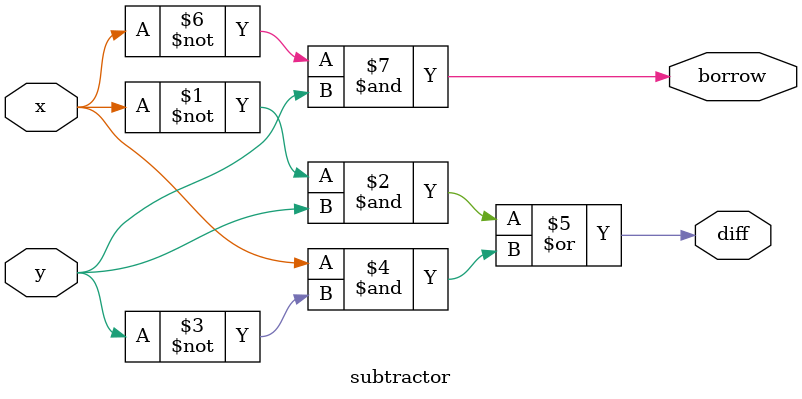
<source format=v>
module subtractor(
    input wire x,
    input wire y,
    output wire diff,
    output wire borrow
);
assign diff= (~x&y)|(x&~y);
assign borrow= (~x&y);

endmodule
</source>
